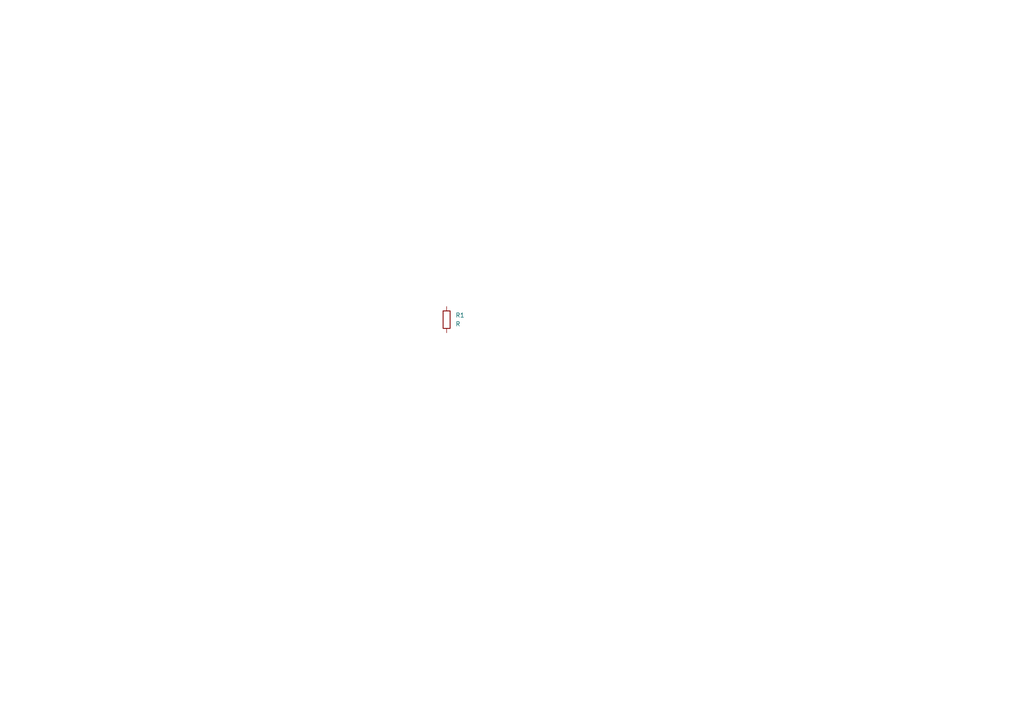
<source format=kicad_sch>
(kicad_sch (version 20231120) (generator "eeschema") (generator_version "8.0")
  (paper "A4")
  (lib_symbols
    (symbol "Device:R" (pin_numbers hide) (pin_names (offset 0))
      (property "Reference" "R" (at 2.032 0 90))
      (property "Value" "R" (at 0 0 90))
      (symbol "R_0_1"
        (rectangle (start -1.016 -2.54) (end 1.016 2.54) (stroke (width 0.254)))
      )
      (symbol "R_1_1"
        (pin passive line (at 0 3.81 270) (length 1.27) (name "~") (number "1"))
        (pin passive line (at 0 -3.81 90) (length 1.27) (name "~") (number "2"))
      )
    )
  )
  (symbol (lib_id "Device:R") (at 129.54 92.71 0) (unit 1)
    (property "Reference" "R1" (at 132.08 91.4399 0) (effects (justify left)))
    (property "Value" "R" (at 132.08 93.9799 0) (effects (justify left)))
    (property "Description" "Resistor" (effects (hide yes)))
  )
)
</source>
